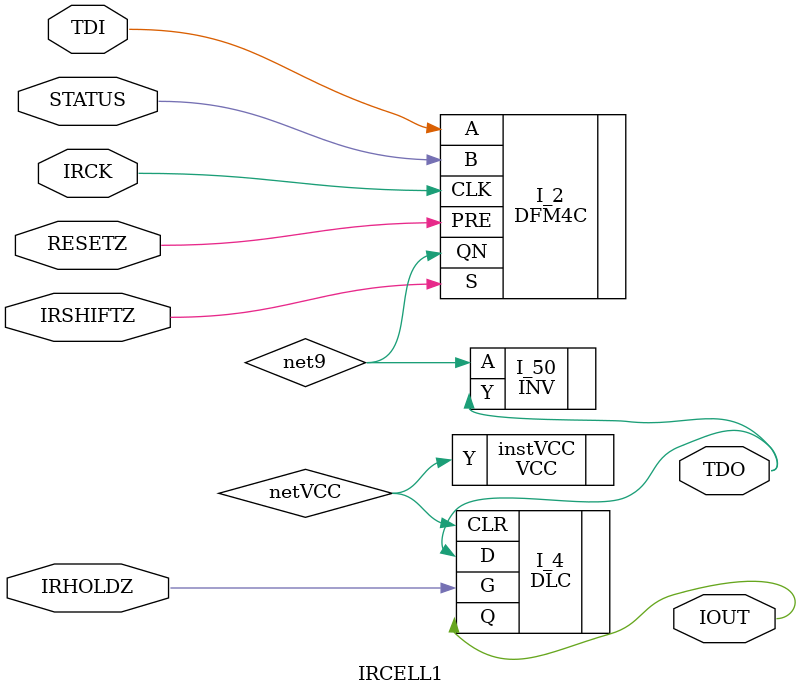
<source format=v>
`timescale 1 ns / 100 ps
module IRCELL1( IOUT, TDO, IRCK, IRHOLDZ, IRSHIFTZ, RESETZ, STATUS, TDI
     );

output  IOUT, TDO;


input  IRCK, IRHOLDZ, IRSHIFTZ, RESETZ, STATUS, TDI;





specify 
    specparam CDS_LIBNAME  = "3200DX";
    specparam CDS_CELLNAME = "IRCELL1";
    specparam CDS_VIEWNAME = "schematic";
endspecify

VCC instVCC( .Y(netVCC));
DFM4C  I_2( .QN(net9), .PRE(RESETZ), .CLK(IRCK), .S(IRSHIFTZ),
     .B(STATUS), .A(TDI));
INV  I_50( .Y(TDO), .A(net9));
DLC  I_4( .Q(IOUT), .CLR(netVCC), .G(IRHOLDZ), .D(TDO));

endmodule

</source>
